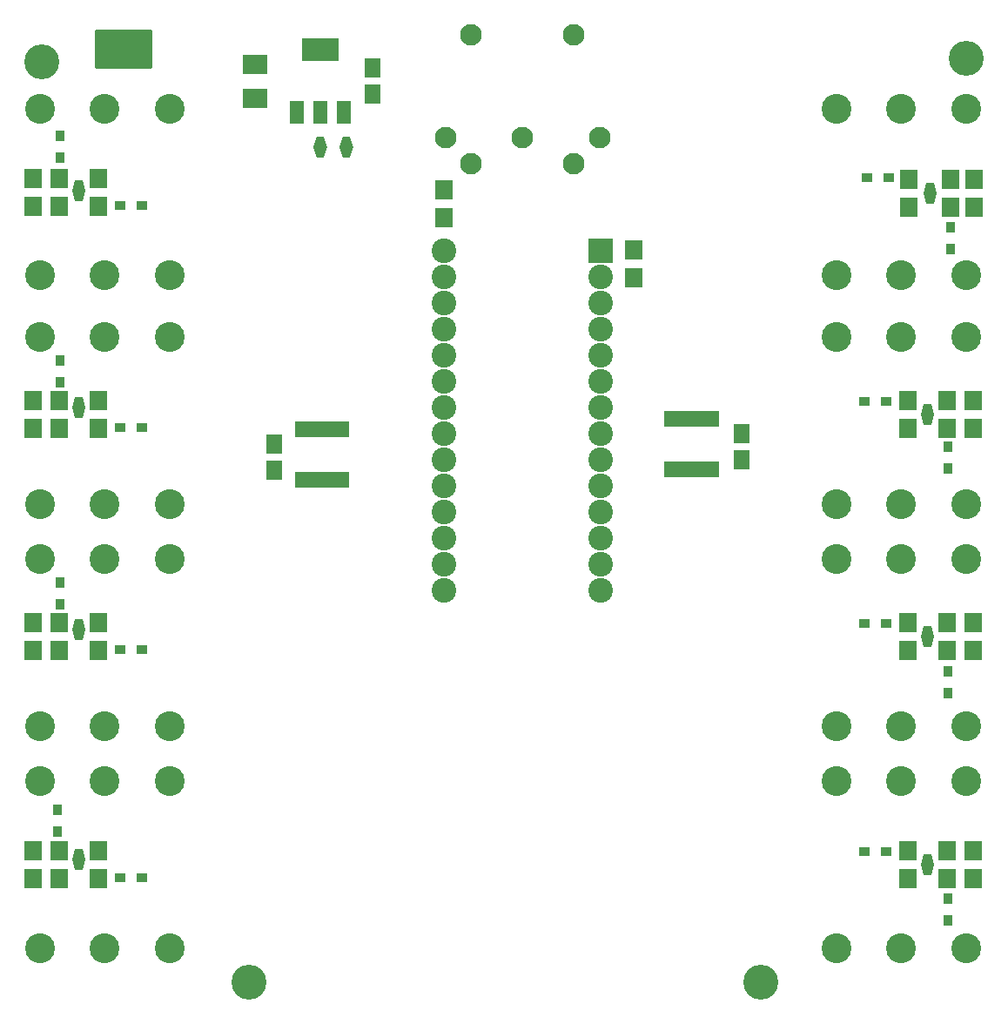
<source format=gts>
G04 #@! TF.FileFunction,Soldermask,Top*
%FSLAX46Y46*%
G04 Gerber Fmt 4.6, Leading zero omitted, Abs format (unit mm)*
G04 Created by KiCad (PCBNEW 0.201510170916+6271~30~ubuntu14.04.1-product) date Tue 27 Oct 2015 04:17:41 PM CET*
%MOMM*%
G01*
G04 APERTURE LIST*
%ADD10C,0.100000*%
%ADD11R,0.819100X1.543000*%
%ADD12C,2.900000*%
%ADD13R,2.400000X2.400000*%
%ADD14C,2.400000*%
%ADD15R,1.650000X1.900000*%
%ADD16R,0.850000X0.990000*%
%ADD17R,0.990000X0.850000*%
%ADD18R,1.700000X1.900000*%
%ADD19R,3.650000X2.300000*%
%ADD20R,1.350000X2.300000*%
%ADD21R,2.432000X1.924000*%
%ADD22C,2.100000*%
%ADD23C,3.400000*%
%ADD24C,0.254000*%
G04 APERTURE END LIST*
D10*
D11*
X128778000Y-93789500D03*
X128143000Y-93789500D03*
X127508000Y-93789500D03*
X126873000Y-93789500D03*
X126238000Y-93789500D03*
X125603000Y-93789500D03*
X124968000Y-93789500D03*
X124333000Y-93789500D03*
X124333000Y-98742500D03*
X124968000Y-98742500D03*
X125603000Y-98742500D03*
X126238000Y-98742500D03*
X126873000Y-98742500D03*
X127508000Y-98742500D03*
X128143000Y-98742500D03*
X128778000Y-98742500D03*
D12*
X99110000Y-101064000D03*
X105410000Y-101064000D03*
X111710000Y-101064000D03*
X99110000Y-84864000D03*
X105410000Y-84864000D03*
X111710000Y-84864000D03*
D13*
X153670000Y-76454000D03*
D14*
X153670000Y-78994000D03*
X153670000Y-81534000D03*
X153670000Y-84074000D03*
X153670000Y-86614000D03*
X153670000Y-89154000D03*
X153670000Y-91694000D03*
X153670000Y-94234000D03*
X153670000Y-96774000D03*
X153670000Y-99314000D03*
X153670000Y-101854000D03*
X153670000Y-104394000D03*
X153670000Y-106934000D03*
X153670000Y-109474000D03*
X138430000Y-109474000D03*
X138430000Y-106934000D03*
X138430000Y-104394000D03*
X138430000Y-101854000D03*
X138430000Y-99314000D03*
X138430000Y-96774000D03*
X138430000Y-94234000D03*
X138430000Y-91694000D03*
X138430000Y-89154000D03*
X138430000Y-86614000D03*
X138430000Y-84074000D03*
X138430000Y-81534000D03*
X138430000Y-78994000D03*
X138430000Y-76454000D03*
D15*
X121920000Y-95270000D03*
X121920000Y-97770000D03*
X167386000Y-96754000D03*
X167386000Y-94254000D03*
X131445000Y-61194000D03*
X131445000Y-58694000D03*
D16*
X101092000Y-65239000D03*
X101092000Y-67349000D03*
D17*
X109005000Y-72009000D03*
X106895000Y-72009000D03*
D16*
X101092000Y-108673000D03*
X101092000Y-110783000D03*
D17*
X109005000Y-115189000D03*
X106895000Y-115189000D03*
D16*
X101092000Y-87083000D03*
X101092000Y-89193000D03*
D17*
X109005000Y-93599000D03*
X106895000Y-93599000D03*
D16*
X100838000Y-130771000D03*
X100838000Y-132881000D03*
D17*
X109005000Y-137414000D03*
X106895000Y-137414000D03*
D16*
X187452000Y-141517000D03*
X187452000Y-139407000D03*
D17*
X179285000Y-134874000D03*
X181395000Y-134874000D03*
D16*
X187452000Y-97575000D03*
X187452000Y-95465000D03*
D17*
X179285000Y-91059000D03*
X181395000Y-91059000D03*
D16*
X187452000Y-119419000D03*
X187452000Y-117309000D03*
D17*
X179285000Y-112649000D03*
X181395000Y-112649000D03*
D16*
X187706000Y-76239000D03*
X187706000Y-74129000D03*
D17*
X179539000Y-69342000D03*
X181649000Y-69342000D03*
D12*
X99110000Y-78839000D03*
X105410000Y-78839000D03*
X111710000Y-78839000D03*
X99110000Y-62639000D03*
X105410000Y-62639000D03*
X111710000Y-62639000D03*
X99110000Y-122654000D03*
X105410000Y-122654000D03*
X111710000Y-122654000D03*
X99110000Y-106454000D03*
X105410000Y-106454000D03*
X111710000Y-106454000D03*
X99110000Y-144244000D03*
X105410000Y-144244000D03*
X111710000Y-144244000D03*
X99110000Y-128044000D03*
X105410000Y-128044000D03*
X111710000Y-128044000D03*
X189180000Y-128044000D03*
X182880000Y-128044000D03*
X176580000Y-128044000D03*
X189180000Y-144244000D03*
X182880000Y-144244000D03*
X176580000Y-144244000D03*
X189180000Y-84864000D03*
X182880000Y-84864000D03*
X176580000Y-84864000D03*
X189180000Y-101064000D03*
X182880000Y-101064000D03*
X176580000Y-101064000D03*
X189180000Y-106454000D03*
X182880000Y-106454000D03*
X176580000Y-106454000D03*
X189180000Y-122654000D03*
X182880000Y-122654000D03*
X176580000Y-122654000D03*
X189180000Y-62639000D03*
X182880000Y-62639000D03*
X176580000Y-62639000D03*
X189180000Y-78839000D03*
X182880000Y-78839000D03*
X176580000Y-78839000D03*
D18*
X104775000Y-69389000D03*
X104775000Y-72089000D03*
X104775000Y-112569000D03*
X104775000Y-115269000D03*
X104775000Y-90979000D03*
X104775000Y-93679000D03*
X104775000Y-134794000D03*
X104775000Y-137494000D03*
X98425000Y-69389000D03*
X98425000Y-72089000D03*
X98425000Y-112569000D03*
X98425000Y-115269000D03*
X98425000Y-90979000D03*
X98425000Y-93679000D03*
X98425000Y-134794000D03*
X98425000Y-137494000D03*
X100965000Y-72089000D03*
X100965000Y-69389000D03*
X100965000Y-115269000D03*
X100965000Y-112569000D03*
X100965000Y-93679000D03*
X100965000Y-90979000D03*
X100965000Y-137494000D03*
X100965000Y-134794000D03*
X183515000Y-137494000D03*
X183515000Y-134794000D03*
X183515000Y-93679000D03*
X183515000Y-90979000D03*
X183515000Y-115269000D03*
X183515000Y-112569000D03*
X183642000Y-72216000D03*
X183642000Y-69516000D03*
X189865000Y-137494000D03*
X189865000Y-134794000D03*
X189865000Y-93679000D03*
X189865000Y-90979000D03*
X189865000Y-115269000D03*
X189865000Y-112569000D03*
X189992000Y-72216000D03*
X189992000Y-69516000D03*
X187325000Y-134794000D03*
X187325000Y-137494000D03*
X187325000Y-90979000D03*
X187325000Y-93679000D03*
X187325000Y-112569000D03*
X187325000Y-115269000D03*
X187706000Y-69516000D03*
X187706000Y-72216000D03*
X138430000Y-73232000D03*
X138430000Y-70532000D03*
X156845000Y-79074000D03*
X156845000Y-76374000D03*
D19*
X126365000Y-56894000D03*
D20*
X124065000Y-62994000D03*
X126365000Y-62994000D03*
X128665000Y-62994000D03*
D21*
X120015000Y-58293000D03*
X120015000Y-61595000D03*
D11*
X160274000Y-97726500D03*
X160909000Y-97726500D03*
X161544000Y-97726500D03*
X162179000Y-97726500D03*
X162814000Y-97726500D03*
X163449000Y-97726500D03*
X164084000Y-97726500D03*
X164719000Y-97726500D03*
X164719000Y-92773500D03*
X164084000Y-92773500D03*
X163449000Y-92773500D03*
X162814000Y-92773500D03*
X162179000Y-92773500D03*
X161544000Y-92773500D03*
X160909000Y-92773500D03*
X160274000Y-92773500D03*
D22*
X153550000Y-65459000D03*
X146050000Y-65459000D03*
X138550000Y-65459000D03*
X151050000Y-67959000D03*
X141050000Y-67959000D03*
X141050000Y-55459000D03*
X151050000Y-55459000D03*
D23*
X99252000Y-58104000D03*
X189210000Y-57754000D03*
X119410000Y-147554000D03*
X169210000Y-147554000D03*
D10*
G36*
X102520000Y-90686000D02*
X103220000Y-90686000D01*
X103520000Y-91686000D01*
X102220000Y-91686000D01*
X102520000Y-90686000D01*
X102520000Y-90686000D01*
G37*
G36*
X102220000Y-91702000D02*
X103520000Y-91702000D01*
X103220000Y-92702000D01*
X102520000Y-92702000D01*
X102220000Y-91702000D01*
X102220000Y-91702000D01*
G37*
G36*
X102520000Y-69604000D02*
X103220000Y-69604000D01*
X103520000Y-70604000D01*
X102220000Y-70604000D01*
X102520000Y-69604000D01*
X102520000Y-69604000D01*
G37*
G36*
X102220000Y-70620000D02*
X103520000Y-70620000D01*
X103220000Y-71620000D01*
X102520000Y-71620000D01*
X102220000Y-70620000D01*
X102220000Y-70620000D01*
G37*
G36*
X102520000Y-112276000D02*
X103220000Y-112276000D01*
X103520000Y-113276000D01*
X102220000Y-113276000D01*
X102520000Y-112276000D01*
X102520000Y-112276000D01*
G37*
G36*
X102220000Y-113292000D02*
X103520000Y-113292000D01*
X103220000Y-114292000D01*
X102520000Y-114292000D01*
X102220000Y-113292000D01*
X102220000Y-113292000D01*
G37*
G36*
X102520000Y-134628000D02*
X103220000Y-134628000D01*
X103520000Y-135628000D01*
X102220000Y-135628000D01*
X102520000Y-134628000D01*
X102520000Y-134628000D01*
G37*
G36*
X102220000Y-135644000D02*
X103520000Y-135644000D01*
X103220000Y-136644000D01*
X102520000Y-136644000D01*
X102220000Y-135644000D01*
X102220000Y-135644000D01*
G37*
G36*
X185770000Y-137152000D02*
X185070000Y-137152000D01*
X184770000Y-136152000D01*
X186070000Y-136152000D01*
X185770000Y-137152000D01*
X185770000Y-137152000D01*
G37*
G36*
X186070000Y-136136000D02*
X184770000Y-136136000D01*
X185070000Y-135136000D01*
X185770000Y-135136000D01*
X186070000Y-136136000D01*
X186070000Y-136136000D01*
G37*
G36*
X185770000Y-114927000D02*
X185070000Y-114927000D01*
X184770000Y-113927000D01*
X186070000Y-113927000D01*
X185770000Y-114927000D01*
X185770000Y-114927000D01*
G37*
G36*
X186070000Y-113911000D02*
X184770000Y-113911000D01*
X185070000Y-112911000D01*
X185770000Y-112911000D01*
X186070000Y-113911000D01*
X186070000Y-113911000D01*
G37*
G36*
X185770000Y-93337000D02*
X185070000Y-93337000D01*
X184770000Y-92337000D01*
X186070000Y-92337000D01*
X185770000Y-93337000D01*
X185770000Y-93337000D01*
G37*
G36*
X186070000Y-92321000D02*
X184770000Y-92321000D01*
X185070000Y-91321000D01*
X185770000Y-91321000D01*
X186070000Y-92321000D01*
X186070000Y-92321000D01*
G37*
G36*
X186024000Y-71874000D02*
X185324000Y-71874000D01*
X185024000Y-70874000D01*
X186324000Y-70874000D01*
X186024000Y-71874000D01*
X186024000Y-71874000D01*
G37*
G36*
X186324000Y-70858000D02*
X185024000Y-70858000D01*
X185324000Y-69858000D01*
X186024000Y-69858000D01*
X186324000Y-70858000D01*
X186324000Y-70858000D01*
G37*
G36*
X128555000Y-65349500D02*
X129255000Y-65349500D01*
X129555000Y-66349500D01*
X128255000Y-66349500D01*
X128555000Y-65349500D01*
X128555000Y-65349500D01*
G37*
G36*
X128255000Y-66365500D02*
X129555000Y-66365500D01*
X129255000Y-67365500D01*
X128555000Y-67365500D01*
X128255000Y-66365500D01*
X128255000Y-66365500D01*
G37*
G36*
X126015000Y-65349500D02*
X126715000Y-65349500D01*
X127015000Y-66349500D01*
X125715000Y-66349500D01*
X126015000Y-65349500D01*
X126015000Y-65349500D01*
G37*
G36*
X125715000Y-66365500D02*
X127015000Y-66365500D01*
X126715000Y-67365500D01*
X126015000Y-67365500D01*
X125715000Y-66365500D01*
X125715000Y-66365500D01*
G37*
D24*
G36*
X109855000Y-58547000D02*
X104521000Y-58547000D01*
X104521000Y-54991000D01*
X109855000Y-54991000D01*
X109855000Y-58547000D01*
X109855000Y-58547000D01*
G37*
X109855000Y-58547000D02*
X104521000Y-58547000D01*
X104521000Y-54991000D01*
X109855000Y-54991000D01*
X109855000Y-58547000D01*
M02*

</source>
